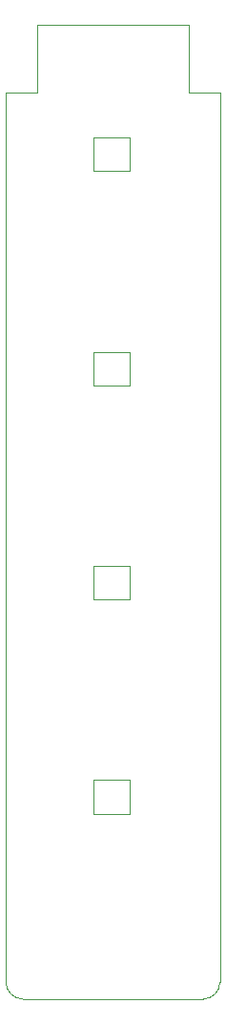
<source format=gm1>
G04 #@! TF.GenerationSoftware,KiCad,Pcbnew,7.0.8*
G04 #@! TF.CreationDate,2023-10-17T04:22:42-07:00*
G04 #@! TF.ProjectId,Seismos_4-Key,53656973-6d6f-4735-9f34-2d4b65792e6b,rev?*
G04 #@! TF.SameCoordinates,Original*
G04 #@! TF.FileFunction,Profile,NP*
%FSLAX46Y46*%
G04 Gerber Fmt 4.6, Leading zero omitted, Abs format (unit mm)*
G04 Created by KiCad (PCBNEW 7.0.8) date 2023-10-17 04:22:42*
%MOMM*%
%LPD*%
G01*
G04 APERTURE LIST*
G04 #@! TA.AperFunction,Profile*
%ADD10C,0.100000*%
G04 #@! TD*
G04 #@! TA.AperFunction,Profile*
%ADD11C,0.120000*%
G04 #@! TD*
G04 APERTURE END LIST*
D10*
X37500000Y-109939340D02*
X37500000Y-31000000D01*
X55000000Y-111439340D02*
X39000000Y-111439340D01*
X37499960Y-109939340D02*
G75*
G03*
X39000000Y-111439340I1500040J40D01*
G01*
X40300000Y-25000000D02*
X40300000Y-31000000D01*
X37500000Y-31000000D02*
X40300000Y-31000000D01*
X56500000Y-31000000D02*
X53700000Y-31000000D01*
X55000000Y-111439300D02*
G75*
G03*
X56500000Y-109939340I0J1500000D01*
G01*
X56500000Y-31000000D02*
X56500000Y-109939340D01*
X53700000Y-31000000D02*
X53700000Y-25000000D01*
X40300000Y-25000000D02*
X53700000Y-25000000D01*
D11*
X45238000Y-54008600D02*
X48478000Y-54008600D01*
X48478000Y-54008600D02*
X48478000Y-56995400D01*
X48478000Y-56995400D02*
X45238000Y-56995400D01*
X45238000Y-56995400D02*
X45238000Y-54008600D01*
X45238000Y-35008600D02*
X48478000Y-35008600D01*
X48478000Y-35008600D02*
X48478000Y-37995400D01*
X48478000Y-37995400D02*
X45238000Y-37995400D01*
X45238000Y-37995400D02*
X45238000Y-35008600D01*
X45238000Y-73008600D02*
X48478000Y-73008600D01*
X48478000Y-73008600D02*
X48478000Y-75995400D01*
X48478000Y-75995400D02*
X45238000Y-75995400D01*
X45238000Y-75995400D02*
X45238000Y-73008600D01*
X45238000Y-92008600D02*
X48478000Y-92008600D01*
X48478000Y-92008600D02*
X48478000Y-94995400D01*
X48478000Y-94995400D02*
X45238000Y-94995400D01*
X45238000Y-94995400D02*
X45238000Y-92008600D01*
M02*

</source>
